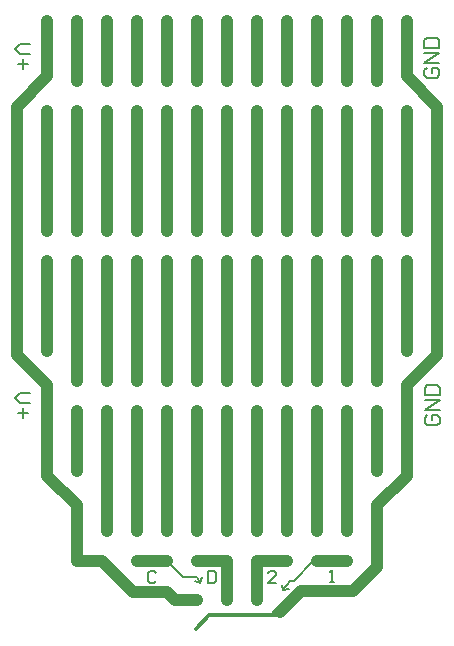
<source format=gto>
G04*
G04 #@! TF.GenerationSoftware,Altium Limited,CircuitStudio,1.5.2 (30)*
G04*
G04 Layer_Color=65535*
%FSLAX25Y25*%
%MOIN*%
G70*
G01*
G75*
%ADD11C,0.01200*%
%ADD16C,0.04000*%
%ADD17C,0.00800*%
%ADD18C,0.00600*%
D11*
X769000Y632000D02*
X792800D01*
X790050Y632150D02*
X792100Y634300D01*
X764500Y627500D02*
X769000Y632000D01*
D16*
X724900Y650000D02*
Y668800D01*
Y650000D02*
X733300D01*
X743500Y639800D01*
X792700Y633200D02*
X799500Y640000D01*
X817100D01*
X757700Y637000D02*
X765000D01*
X754900Y639800D02*
X757700Y637000D01*
X743500Y639800D02*
X754900D01*
X817100Y640000D02*
X825100Y648000D01*
X785000Y637000D02*
Y650000D01*
X775000Y637000D02*
Y650000D01*
X715100Y678600D02*
X724900Y668800D01*
X715100Y678600D02*
Y708700D01*
X704900Y718900D02*
X715100Y708700D01*
X704900Y718900D02*
Y801600D01*
X715000Y811700D01*
Y830000D01*
X835000Y811700D02*
Y830000D01*
Y811700D02*
X845100Y801600D01*
Y718900D02*
Y801600D01*
X834900Y708700D02*
X845100Y718900D01*
X834900Y678600D02*
Y708700D01*
X825100Y668800D02*
X834900Y678600D01*
X825100Y648000D02*
Y668800D01*
X725000Y680000D02*
Y700000D01*
Y710000D02*
Y750000D01*
Y810000D02*
Y830000D01*
X755000Y710000D02*
Y750000D01*
Y810000D02*
Y830000D01*
X765000Y710000D02*
Y750000D01*
Y810000D02*
Y830000D01*
X795000Y710000D02*
Y750000D01*
Y810000D02*
Y830000D01*
X805000Y710000D02*
Y750000D01*
Y810000D02*
Y830000D01*
X725000Y760000D02*
Y800000D01*
X755000Y760000D02*
Y800000D01*
X765000Y760000D02*
Y800000D01*
X795000Y760000D02*
Y800000D01*
X805000Y760000D02*
Y800000D01*
X825000Y680000D02*
Y700000D01*
X735000Y710000D02*
Y750000D01*
Y810000D02*
Y830000D01*
X745000Y710000D02*
Y750000D01*
Y810000D02*
Y830000D01*
X775000Y710000D02*
Y750000D01*
X785000Y710000D02*
Y750000D01*
Y810000D02*
Y830000D01*
X775000Y810000D02*
Y830000D01*
X815000Y710000D02*
Y750000D01*
X825000Y710000D02*
Y750000D01*
Y810000D02*
Y830000D01*
X815000Y810000D02*
Y830000D01*
X735000Y760000D02*
Y800000D01*
X745000Y760000D02*
Y800000D01*
X775000Y760000D02*
Y800000D01*
X785000Y760000D02*
Y800000D01*
X815000Y760000D02*
Y800000D01*
X825000Y760000D02*
Y800000D01*
X735000Y660000D02*
Y700000D01*
X745000Y660000D02*
Y700000D01*
X755000Y660000D02*
Y700000D01*
X765000Y660000D02*
Y700000D01*
X775000Y660000D02*
Y700000D01*
X785000Y660000D02*
Y700000D01*
X795000Y660000D02*
Y700000D01*
X805000Y660000D02*
Y700000D01*
X815000Y660000D02*
Y700000D01*
X835000Y760000D02*
Y800000D01*
X715000Y760000D02*
Y800000D01*
Y720000D02*
Y750000D01*
X835000Y720000D02*
Y750000D01*
X805000Y650000D02*
X815000D01*
X785000D02*
X795000D01*
X765000D02*
X775000D01*
X745000D02*
X755000D01*
D17*
X760200Y644800D02*
X764800D01*
X755000Y650000D02*
X760200Y644800D01*
X764940D02*
X765943Y642888D01*
X766530Y644695D01*
X764136Y643475D02*
X765943Y642888D01*
X793700Y640300D02*
X795559Y640695D01*
X793305Y642159D02*
X793700Y640300D01*
X795900Y643600D01*
X797300D01*
X803700Y650000D01*
D18*
X751366Y646232D02*
X750699Y646899D01*
X749366D01*
X748700Y646232D01*
Y643566D01*
X749366Y642900D01*
X750699D01*
X751366Y643566D01*
X809300Y643000D02*
X810633D01*
X809966D01*
Y646999D01*
X809300Y646332D01*
X791366Y642900D02*
X788700D01*
X791366Y645566D01*
Y646232D01*
X790699Y646899D01*
X789366D01*
X788700Y646232D01*
X768700Y646899D02*
Y642900D01*
X770699D01*
X771366Y643566D01*
Y646232D01*
X770699Y646899D01*
X768700D01*
X709433Y706197D02*
X706100D01*
X704434Y704531D01*
X706100Y702865D01*
X709433D01*
X706933Y701199D02*
Y697866D01*
X708600Y699533D02*
X705267D01*
X841629Y698617D02*
X840796Y697784D01*
Y696118D01*
X841629Y695285D01*
X844961D01*
X845794Y696118D01*
Y697784D01*
X844961Y698617D01*
X843295D01*
Y696951D01*
X845794Y700283D02*
X840796D01*
X845794Y703615D01*
X840796D01*
Y705281D02*
X845794D01*
Y707781D01*
X844961Y708614D01*
X841629D01*
X840796Y707781D01*
Y705281D01*
X841525Y814593D02*
X840692Y813760D01*
Y812093D01*
X841525Y811260D01*
X844857D01*
X845690Y812093D01*
Y813760D01*
X844857Y814593D01*
X843191D01*
Y812926D01*
X845690Y816259D02*
X840692D01*
X845690Y819591D01*
X840692D01*
Y821257D02*
X845690D01*
Y823756D01*
X844857Y824589D01*
X841525D01*
X840692Y823756D01*
Y821257D01*
X709451Y822523D02*
X706118D01*
X704452Y820857D01*
X706118Y819191D01*
X709451D01*
X706952Y817525D02*
Y814193D01*
X708618Y815859D02*
X705285D01*
M02*

</source>
